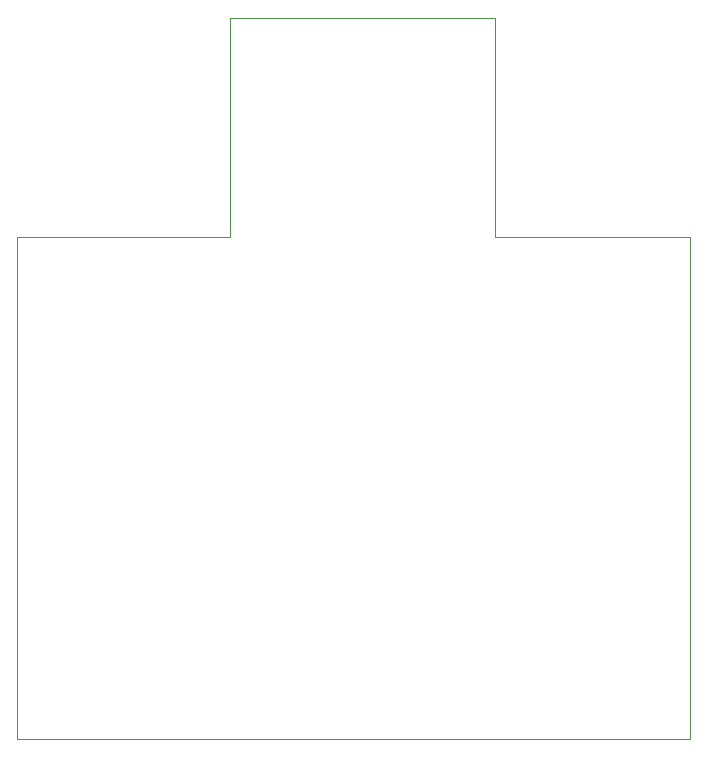
<source format=gbr>
%TF.GenerationSoftware,KiCad,Pcbnew,8.0.5*%
%TF.CreationDate,2024-10-21T21:32:33-05:00*%
%TF.ProjectId,macropad,6d616372-6f70-4616-942e-6b696361645f,rev?*%
%TF.SameCoordinates,Original*%
%TF.FileFunction,Profile,NP*%
%FSLAX46Y46*%
G04 Gerber Fmt 4.6, Leading zero omitted, Abs format (unit mm)*
G04 Created by KiCad (PCBNEW 8.0.5) date 2024-10-21 21:32:33*
%MOMM*%
%LPD*%
G01*
G04 APERTURE LIST*
%TA.AperFunction,Profile*%
%ADD10C,0.050000*%
%TD*%
G04 APERTURE END LIST*
D10*
X168500000Y-114000000D02*
X168500000Y-71500000D01*
X129500000Y-53000000D02*
X129500000Y-71500000D01*
X111500000Y-114000000D02*
X111500000Y-71500000D01*
X129500000Y-71500000D02*
X111500000Y-71500000D01*
X152000000Y-71500000D02*
X152000000Y-53000000D01*
X168500000Y-71500000D02*
X152000000Y-71500000D01*
X152000000Y-53000000D02*
X129500000Y-53000000D01*
X111500000Y-114000000D02*
X168500000Y-114000000D01*
M02*

</source>
